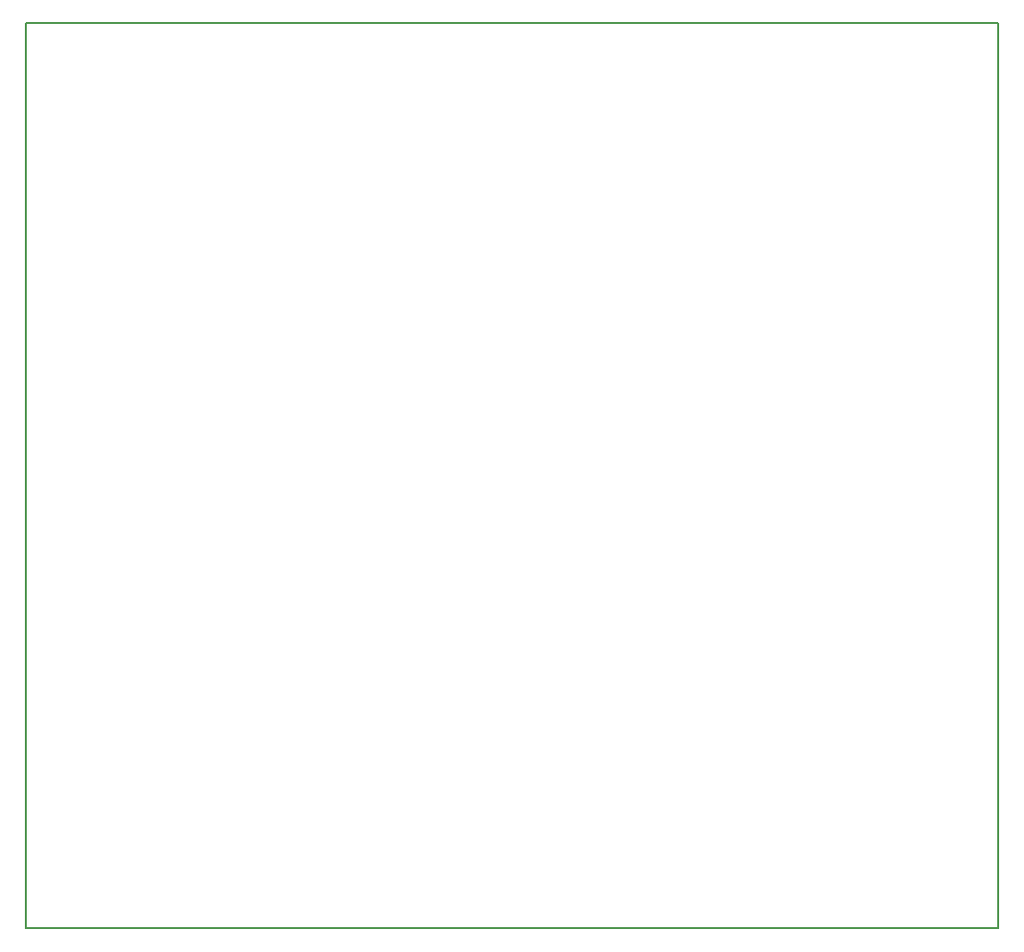
<source format=gko>
G04 Layer_Color=16711935*
%FSLAX25Y25*%
%MOIN*%
G70*
G01*
G75*
%ADD48C,0.00787*%
D48*
X7874Y7874D02*
Y322835D01*
X346457D01*
Y7874D02*
Y322835D01*
X7874Y7874D02*
X346457D01*
M02*

</source>
